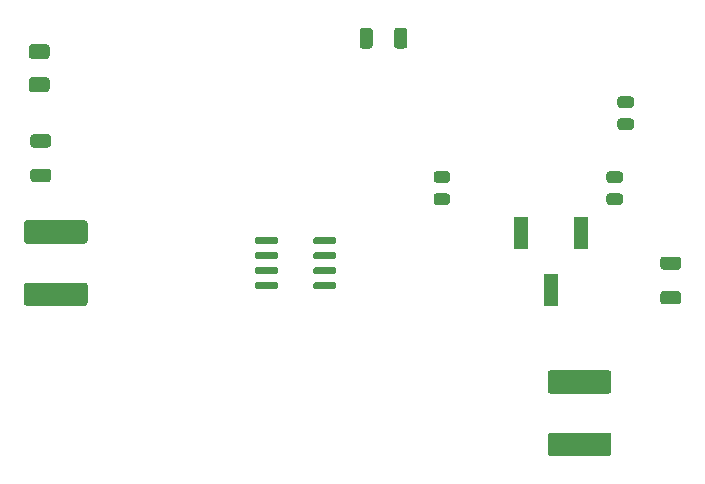
<source format=gbr>
%TF.GenerationSoftware,KiCad,Pcbnew,(5.1.9)-1*%
%TF.CreationDate,2021-03-19T17:10:50+05:30*%
%TF.ProjectId,PWM Based DC Motor Speed Controller,50574d20-4261-4736-9564-204443204d6f,rev?*%
%TF.SameCoordinates,Original*%
%TF.FileFunction,Paste,Top*%
%TF.FilePolarity,Positive*%
%FSLAX46Y46*%
G04 Gerber Fmt 4.6, Leading zero omitted, Abs format (unit mm)*
G04 Created by KiCad (PCBNEW (5.1.9)-1) date 2021-03-19 17:10:50*
%MOMM*%
%LPD*%
G01*
G04 APERTURE LIST*
%ADD10R,1.190000X2.790000*%
G04 APERTURE END LIST*
%TO.C,U1*%
G36*
G01*
X130580000Y-100815000D02*
X130580000Y-101115000D01*
G75*
G02*
X130430000Y-101265000I-150000J0D01*
G01*
X128780000Y-101265000D01*
G75*
G02*
X128630000Y-101115000I0J150000D01*
G01*
X128630000Y-100815000D01*
G75*
G02*
X128780000Y-100665000I150000J0D01*
G01*
X130430000Y-100665000D01*
G75*
G02*
X130580000Y-100815000I0J-150000D01*
G01*
G37*
G36*
G01*
X130580000Y-99545000D02*
X130580000Y-99845000D01*
G75*
G02*
X130430000Y-99995000I-150000J0D01*
G01*
X128780000Y-99995000D01*
G75*
G02*
X128630000Y-99845000I0J150000D01*
G01*
X128630000Y-99545000D01*
G75*
G02*
X128780000Y-99395000I150000J0D01*
G01*
X130430000Y-99395000D01*
G75*
G02*
X130580000Y-99545000I0J-150000D01*
G01*
G37*
G36*
G01*
X130580000Y-98275000D02*
X130580000Y-98575000D01*
G75*
G02*
X130430000Y-98725000I-150000J0D01*
G01*
X128780000Y-98725000D01*
G75*
G02*
X128630000Y-98575000I0J150000D01*
G01*
X128630000Y-98275000D01*
G75*
G02*
X128780000Y-98125000I150000J0D01*
G01*
X130430000Y-98125000D01*
G75*
G02*
X130580000Y-98275000I0J-150000D01*
G01*
G37*
G36*
G01*
X130580000Y-97005000D02*
X130580000Y-97305000D01*
G75*
G02*
X130430000Y-97455000I-150000J0D01*
G01*
X128780000Y-97455000D01*
G75*
G02*
X128630000Y-97305000I0J150000D01*
G01*
X128630000Y-97005000D01*
G75*
G02*
X128780000Y-96855000I150000J0D01*
G01*
X130430000Y-96855000D01*
G75*
G02*
X130580000Y-97005000I0J-150000D01*
G01*
G37*
G36*
G01*
X135530000Y-97005000D02*
X135530000Y-97305000D01*
G75*
G02*
X135380000Y-97455000I-150000J0D01*
G01*
X133730000Y-97455000D01*
G75*
G02*
X133580000Y-97305000I0J150000D01*
G01*
X133580000Y-97005000D01*
G75*
G02*
X133730000Y-96855000I150000J0D01*
G01*
X135380000Y-96855000D01*
G75*
G02*
X135530000Y-97005000I0J-150000D01*
G01*
G37*
G36*
G01*
X135530000Y-98275000D02*
X135530000Y-98575000D01*
G75*
G02*
X135380000Y-98725000I-150000J0D01*
G01*
X133730000Y-98725000D01*
G75*
G02*
X133580000Y-98575000I0J150000D01*
G01*
X133580000Y-98275000D01*
G75*
G02*
X133730000Y-98125000I150000J0D01*
G01*
X135380000Y-98125000D01*
G75*
G02*
X135530000Y-98275000I0J-150000D01*
G01*
G37*
G36*
G01*
X135530000Y-99545000D02*
X135530000Y-99845000D01*
G75*
G02*
X135380000Y-99995000I-150000J0D01*
G01*
X133730000Y-99995000D01*
G75*
G02*
X133580000Y-99845000I0J150000D01*
G01*
X133580000Y-99545000D01*
G75*
G02*
X133730000Y-99395000I150000J0D01*
G01*
X135380000Y-99395000D01*
G75*
G02*
X135530000Y-99545000I0J-150000D01*
G01*
G37*
G36*
G01*
X135530000Y-100815000D02*
X135530000Y-101115000D01*
G75*
G02*
X135380000Y-101265000I-150000J0D01*
G01*
X133730000Y-101265000D01*
G75*
G02*
X133580000Y-101115000I0J150000D01*
G01*
X133580000Y-100815000D01*
G75*
G02*
X133730000Y-100665000I150000J0D01*
G01*
X135380000Y-100665000D01*
G75*
G02*
X135530000Y-100815000I0J-150000D01*
G01*
G37*
%TD*%
D10*
%TO.C,RV1*%
X151130000Y-96520000D03*
X153670000Y-101350000D03*
X156210000Y-96520000D03*
%TD*%
%TO.C,R3*%
G36*
G01*
X163204999Y-101422500D02*
X164455001Y-101422500D01*
G75*
G02*
X164705000Y-101672499I0J-249999D01*
G01*
X164705000Y-102297501D01*
G75*
G02*
X164455001Y-102547500I-249999J0D01*
G01*
X163204999Y-102547500D01*
G75*
G02*
X162955000Y-102297501I0J249999D01*
G01*
X162955000Y-101672499D01*
G75*
G02*
X163204999Y-101422500I249999J0D01*
G01*
G37*
G36*
G01*
X163204999Y-98497500D02*
X164455001Y-98497500D01*
G75*
G02*
X164705000Y-98747499I0J-249999D01*
G01*
X164705000Y-99372501D01*
G75*
G02*
X164455001Y-99622500I-249999J0D01*
G01*
X163204999Y-99622500D01*
G75*
G02*
X162955000Y-99372501I0J249999D01*
G01*
X162955000Y-98747499D01*
G75*
G02*
X163204999Y-98497500I249999J0D01*
G01*
G37*
%TD*%
%TO.C,R2*%
G36*
G01*
X140407500Y-80635001D02*
X140407500Y-79384999D01*
G75*
G02*
X140657499Y-79135000I249999J0D01*
G01*
X141282501Y-79135000D01*
G75*
G02*
X141532500Y-79384999I0J-249999D01*
G01*
X141532500Y-80635001D01*
G75*
G02*
X141282501Y-80885000I-249999J0D01*
G01*
X140657499Y-80885000D01*
G75*
G02*
X140407500Y-80635001I0J249999D01*
G01*
G37*
G36*
G01*
X137482500Y-80635001D02*
X137482500Y-79384999D01*
G75*
G02*
X137732499Y-79135000I249999J0D01*
G01*
X138357501Y-79135000D01*
G75*
G02*
X138607500Y-79384999I0J-249999D01*
G01*
X138607500Y-80635001D01*
G75*
G02*
X138357501Y-80885000I-249999J0D01*
G01*
X137732499Y-80885000D01*
G75*
G02*
X137482500Y-80635001I0J249999D01*
G01*
G37*
%TD*%
%TO.C,R1*%
G36*
G01*
X111115001Y-89270000D02*
X109864999Y-89270000D01*
G75*
G02*
X109615000Y-89020001I0J249999D01*
G01*
X109615000Y-88394999D01*
G75*
G02*
X109864999Y-88145000I249999J0D01*
G01*
X111115001Y-88145000D01*
G75*
G02*
X111365000Y-88394999I0J-249999D01*
G01*
X111365000Y-89020001D01*
G75*
G02*
X111115001Y-89270000I-249999J0D01*
G01*
G37*
G36*
G01*
X111115001Y-92195000D02*
X109864999Y-92195000D01*
G75*
G02*
X109615000Y-91945001I0J249999D01*
G01*
X109615000Y-91319999D01*
G75*
G02*
X109864999Y-91070000I249999J0D01*
G01*
X111115001Y-91070000D01*
G75*
G02*
X111365000Y-91319999I0J-249999D01*
G01*
X111365000Y-91945001D01*
G75*
G02*
X111115001Y-92195000I-249999J0D01*
G01*
G37*
%TD*%
%TO.C,D4*%
G36*
G01*
X160476250Y-85910000D02*
X159563750Y-85910000D01*
G75*
G02*
X159320000Y-85666250I0J243750D01*
G01*
X159320000Y-85178750D01*
G75*
G02*
X159563750Y-84935000I243750J0D01*
G01*
X160476250Y-84935000D01*
G75*
G02*
X160720000Y-85178750I0J-243750D01*
G01*
X160720000Y-85666250D01*
G75*
G02*
X160476250Y-85910000I-243750J0D01*
G01*
G37*
G36*
G01*
X160476250Y-87785000D02*
X159563750Y-87785000D01*
G75*
G02*
X159320000Y-87541250I0J243750D01*
G01*
X159320000Y-87053750D01*
G75*
G02*
X159563750Y-86810000I243750J0D01*
G01*
X160476250Y-86810000D01*
G75*
G02*
X160720000Y-87053750I0J-243750D01*
G01*
X160720000Y-87541250D01*
G75*
G02*
X160476250Y-87785000I-243750J0D01*
G01*
G37*
%TD*%
%TO.C,D3*%
G36*
G01*
X158626250Y-93160000D02*
X159538750Y-93160000D01*
G75*
G02*
X159782500Y-93403750I0J-243750D01*
G01*
X159782500Y-93891250D01*
G75*
G02*
X159538750Y-94135000I-243750J0D01*
G01*
X158626250Y-94135000D01*
G75*
G02*
X158382500Y-93891250I0J243750D01*
G01*
X158382500Y-93403750D01*
G75*
G02*
X158626250Y-93160000I243750J0D01*
G01*
G37*
G36*
G01*
X158626250Y-91285000D02*
X159538750Y-91285000D01*
G75*
G02*
X159782500Y-91528750I0J-243750D01*
G01*
X159782500Y-92016250D01*
G75*
G02*
X159538750Y-92260000I-243750J0D01*
G01*
X158626250Y-92260000D01*
G75*
G02*
X158382500Y-92016250I0J243750D01*
G01*
X158382500Y-91528750D01*
G75*
G02*
X158626250Y-91285000I243750J0D01*
G01*
G37*
%TD*%
%TO.C,D2*%
G36*
G01*
X144903750Y-92260000D02*
X143991250Y-92260000D01*
G75*
G02*
X143747500Y-92016250I0J243750D01*
G01*
X143747500Y-91528750D01*
G75*
G02*
X143991250Y-91285000I243750J0D01*
G01*
X144903750Y-91285000D01*
G75*
G02*
X145147500Y-91528750I0J-243750D01*
G01*
X145147500Y-92016250D01*
G75*
G02*
X144903750Y-92260000I-243750J0D01*
G01*
G37*
G36*
G01*
X144903750Y-94135000D02*
X143991250Y-94135000D01*
G75*
G02*
X143747500Y-93891250I0J243750D01*
G01*
X143747500Y-93403750D01*
G75*
G02*
X143991250Y-93160000I243750J0D01*
G01*
X144903750Y-93160000D01*
G75*
G02*
X145147500Y-93403750I0J-243750D01*
G01*
X145147500Y-93891250D01*
G75*
G02*
X144903750Y-94135000I-243750J0D01*
G01*
G37*
%TD*%
%TO.C,D1*%
G36*
G01*
X110985000Y-81775000D02*
X109735000Y-81775000D01*
G75*
G02*
X109485000Y-81525000I0J250000D01*
G01*
X109485000Y-80775000D01*
G75*
G02*
X109735000Y-80525000I250000J0D01*
G01*
X110985000Y-80525000D01*
G75*
G02*
X111235000Y-80775000I0J-250000D01*
G01*
X111235000Y-81525000D01*
G75*
G02*
X110985000Y-81775000I-250000J0D01*
G01*
G37*
G36*
G01*
X110985000Y-84575000D02*
X109735000Y-84575000D01*
G75*
G02*
X109485000Y-84325000I0J250000D01*
G01*
X109485000Y-83575000D01*
G75*
G02*
X109735000Y-83325000I250000J0D01*
G01*
X110985000Y-83325000D01*
G75*
G02*
X111235000Y-83575000I0J-250000D01*
G01*
X111235000Y-84325000D01*
G75*
G02*
X110985000Y-84575000I-250000J0D01*
G01*
G37*
%TD*%
%TO.C,C2*%
G36*
G01*
X153662498Y-113410000D02*
X158562502Y-113410000D01*
G75*
G02*
X158812500Y-113659998I0J-249998D01*
G01*
X158812500Y-115135002D01*
G75*
G02*
X158562502Y-115385000I-249998J0D01*
G01*
X153662498Y-115385000D01*
G75*
G02*
X153412500Y-115135002I0J249998D01*
G01*
X153412500Y-113659998D01*
G75*
G02*
X153662498Y-113410000I249998J0D01*
G01*
G37*
G36*
G01*
X153662498Y-108135000D02*
X158562502Y-108135000D01*
G75*
G02*
X158812500Y-108384998I0J-249998D01*
G01*
X158812500Y-109860002D01*
G75*
G02*
X158562502Y-110110000I-249998J0D01*
G01*
X153662498Y-110110000D01*
G75*
G02*
X153412500Y-109860002I0J249998D01*
G01*
X153412500Y-108384998D01*
G75*
G02*
X153662498Y-108135000I249998J0D01*
G01*
G37*
%TD*%
%TO.C,C1*%
G36*
G01*
X109309998Y-100710000D02*
X114210002Y-100710000D01*
G75*
G02*
X114460000Y-100959998I0J-249998D01*
G01*
X114460000Y-102435002D01*
G75*
G02*
X114210002Y-102685000I-249998J0D01*
G01*
X109309998Y-102685000D01*
G75*
G02*
X109060000Y-102435002I0J249998D01*
G01*
X109060000Y-100959998D01*
G75*
G02*
X109309998Y-100710000I249998J0D01*
G01*
G37*
G36*
G01*
X109309998Y-95435000D02*
X114210002Y-95435000D01*
G75*
G02*
X114460000Y-95684998I0J-249998D01*
G01*
X114460000Y-97160002D01*
G75*
G02*
X114210002Y-97410000I-249998J0D01*
G01*
X109309998Y-97410000D01*
G75*
G02*
X109060000Y-97160002I0J249998D01*
G01*
X109060000Y-95684998D01*
G75*
G02*
X109309998Y-95435000I249998J0D01*
G01*
G37*
%TD*%
M02*

</source>
